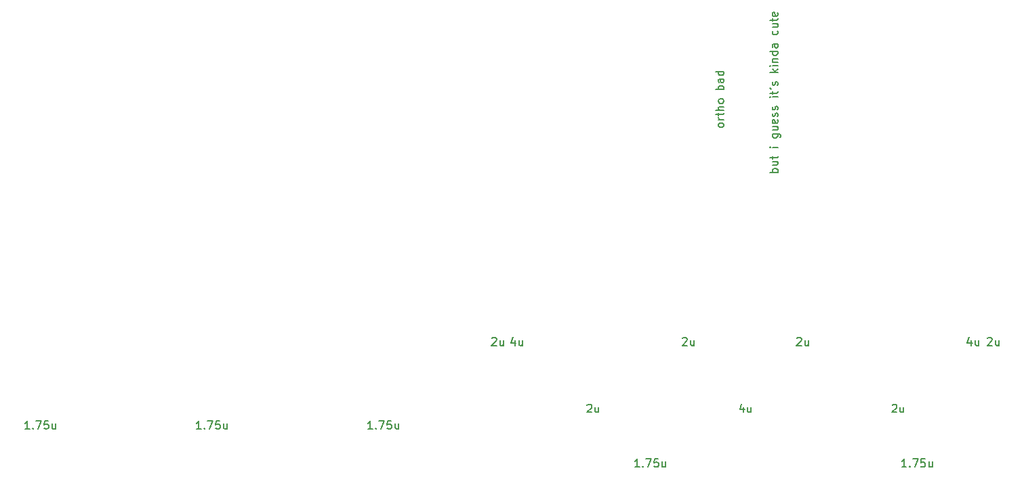
<source format=gto>
%TF.GenerationSoftware,KiCad,Pcbnew,7.0.6*%
%TF.CreationDate,2023-10-07T13:08:40-04:00*%
%TF.ProjectId,cutiepie2040-ortho-hotswap-solder-pcb,63757469-6570-4696-9532-3034302d6f72,rev?*%
%TF.SameCoordinates,Original*%
%TF.FileFunction,Legend,Top*%
%TF.FilePolarity,Positive*%
%FSLAX46Y46*%
G04 Gerber Fmt 4.6, Leading zero omitted, Abs format (unit mm)*
G04 Created by KiCad (PCBNEW 7.0.6) date 2023-10-07 13:08:40*
%MOMM*%
%LPD*%
G01*
G04 APERTURE LIST*
%ADD10C,0.150000*%
G04 APERTURE END LIST*
D10*
X161758893Y-117434020D02*
X161187465Y-117434020D01*
X161473179Y-117434020D02*
X161473179Y-116434020D01*
X161473179Y-116434020D02*
X161377941Y-116576877D01*
X161377941Y-116576877D02*
X161282703Y-116672115D01*
X161282703Y-116672115D02*
X161187465Y-116719734D01*
X162187465Y-117338781D02*
X162235084Y-117386401D01*
X162235084Y-117386401D02*
X162187465Y-117434020D01*
X162187465Y-117434020D02*
X162139846Y-117386401D01*
X162139846Y-117386401D02*
X162187465Y-117338781D01*
X162187465Y-117338781D02*
X162187465Y-117434020D01*
X162568417Y-116434020D02*
X163235083Y-116434020D01*
X163235083Y-116434020D02*
X162806512Y-117434020D01*
X164092226Y-116434020D02*
X163616036Y-116434020D01*
X163616036Y-116434020D02*
X163568417Y-116910210D01*
X163568417Y-116910210D02*
X163616036Y-116862591D01*
X163616036Y-116862591D02*
X163711274Y-116814972D01*
X163711274Y-116814972D02*
X163949369Y-116814972D01*
X163949369Y-116814972D02*
X164044607Y-116862591D01*
X164044607Y-116862591D02*
X164092226Y-116910210D01*
X164092226Y-116910210D02*
X164139845Y-117005448D01*
X164139845Y-117005448D02*
X164139845Y-117243543D01*
X164139845Y-117243543D02*
X164092226Y-117338781D01*
X164092226Y-117338781D02*
X164044607Y-117386401D01*
X164044607Y-117386401D02*
X163949369Y-117434020D01*
X163949369Y-117434020D02*
X163711274Y-117434020D01*
X163711274Y-117434020D02*
X163616036Y-117386401D01*
X163616036Y-117386401D02*
X163568417Y-117338781D01*
X164996988Y-116767353D02*
X164996988Y-117434020D01*
X164568417Y-116767353D02*
X164568417Y-117291162D01*
X164568417Y-117291162D02*
X164616036Y-117386401D01*
X164616036Y-117386401D02*
X164711274Y-117434020D01*
X164711274Y-117434020D02*
X164854131Y-117434020D01*
X164854131Y-117434020D02*
X164949369Y-117386401D01*
X164949369Y-117386401D02*
X164996988Y-117338781D01*
X169860013Y-101557049D02*
X169860013Y-102223716D01*
X169621918Y-101176097D02*
X169383823Y-101890382D01*
X169383823Y-101890382D02*
X170002870Y-101890382D01*
X170812394Y-101557049D02*
X170812394Y-102223716D01*
X170383823Y-101557049D02*
X170383823Y-102080858D01*
X170383823Y-102080858D02*
X170431442Y-102176097D01*
X170431442Y-102176097D02*
X170526680Y-102223716D01*
X170526680Y-102223716D02*
X170669537Y-102223716D01*
X170669537Y-102223716D02*
X170764775Y-102176097D01*
X170764775Y-102176097D02*
X170812394Y-102128477D01*
X148090155Y-101318954D02*
X148137774Y-101271335D01*
X148137774Y-101271335D02*
X148233012Y-101223716D01*
X148233012Y-101223716D02*
X148471107Y-101223716D01*
X148471107Y-101223716D02*
X148566345Y-101271335D01*
X148566345Y-101271335D02*
X148613964Y-101318954D01*
X148613964Y-101318954D02*
X148661583Y-101414192D01*
X148661583Y-101414192D02*
X148661583Y-101509430D01*
X148661583Y-101509430D02*
X148613964Y-101652287D01*
X148613964Y-101652287D02*
X148042536Y-102223716D01*
X148042536Y-102223716D02*
X148661583Y-102223716D01*
X149518726Y-101557049D02*
X149518726Y-102223716D01*
X149090155Y-101557049D02*
X149090155Y-102080858D01*
X149090155Y-102080858D02*
X149137774Y-102176097D01*
X149137774Y-102176097D02*
X149233012Y-102223716D01*
X149233012Y-102223716D02*
X149375869Y-102223716D01*
X149375869Y-102223716D02*
X149471107Y-102176097D01*
X149471107Y-102176097D02*
X149518726Y-102128477D01*
X109990123Y-101318954D02*
X110037742Y-101271335D01*
X110037742Y-101271335D02*
X110132980Y-101223716D01*
X110132980Y-101223716D02*
X110371075Y-101223716D01*
X110371075Y-101223716D02*
X110466313Y-101271335D01*
X110466313Y-101271335D02*
X110513932Y-101318954D01*
X110513932Y-101318954D02*
X110561551Y-101414192D01*
X110561551Y-101414192D02*
X110561551Y-101509430D01*
X110561551Y-101509430D02*
X110513932Y-101652287D01*
X110513932Y-101652287D02*
X109942504Y-102223716D01*
X109942504Y-102223716D02*
X110561551Y-102223716D01*
X111418694Y-101557049D02*
X111418694Y-102223716D01*
X110990123Y-101557049D02*
X110990123Y-102080858D01*
X110990123Y-102080858D02*
X111037742Y-102176097D01*
X111037742Y-102176097D02*
X111132980Y-102223716D01*
X111132980Y-102223716D02*
X111275837Y-102223716D01*
X111275837Y-102223716D02*
X111371075Y-102176097D01*
X111371075Y-102176097D02*
X111418694Y-102128477D01*
X145691737Y-80560138D02*
X144691737Y-80560138D01*
X145072689Y-80560138D02*
X145025070Y-80464900D01*
X145025070Y-80464900D02*
X145025070Y-80274424D01*
X145025070Y-80274424D02*
X145072689Y-80179186D01*
X145072689Y-80179186D02*
X145120308Y-80131567D01*
X145120308Y-80131567D02*
X145215546Y-80083948D01*
X145215546Y-80083948D02*
X145501260Y-80083948D01*
X145501260Y-80083948D02*
X145596498Y-80131567D01*
X145596498Y-80131567D02*
X145644118Y-80179186D01*
X145644118Y-80179186D02*
X145691737Y-80274424D01*
X145691737Y-80274424D02*
X145691737Y-80464900D01*
X145691737Y-80464900D02*
X145644118Y-80560138D01*
X145025070Y-79226805D02*
X145691737Y-79226805D01*
X145025070Y-79655376D02*
X145548879Y-79655376D01*
X145548879Y-79655376D02*
X145644118Y-79607757D01*
X145644118Y-79607757D02*
X145691737Y-79512519D01*
X145691737Y-79512519D02*
X145691737Y-79369662D01*
X145691737Y-79369662D02*
X145644118Y-79274424D01*
X145644118Y-79274424D02*
X145596498Y-79226805D01*
X145025070Y-78893471D02*
X145025070Y-78512519D01*
X144691737Y-78750614D02*
X145548879Y-78750614D01*
X145548879Y-78750614D02*
X145644118Y-78702995D01*
X145644118Y-78702995D02*
X145691737Y-78607757D01*
X145691737Y-78607757D02*
X145691737Y-78512519D01*
X145691737Y-77417280D02*
X145025070Y-77417280D01*
X144691737Y-77417280D02*
X144739356Y-77464899D01*
X144739356Y-77464899D02*
X144786975Y-77417280D01*
X144786975Y-77417280D02*
X144739356Y-77369661D01*
X144739356Y-77369661D02*
X144691737Y-77417280D01*
X144691737Y-77417280D02*
X144786975Y-77417280D01*
X145025070Y-75750614D02*
X145834594Y-75750614D01*
X145834594Y-75750614D02*
X145929832Y-75798233D01*
X145929832Y-75798233D02*
X145977451Y-75845852D01*
X145977451Y-75845852D02*
X146025070Y-75941090D01*
X146025070Y-75941090D02*
X146025070Y-76083947D01*
X146025070Y-76083947D02*
X145977451Y-76179185D01*
X145644118Y-75750614D02*
X145691737Y-75845852D01*
X145691737Y-75845852D02*
X145691737Y-76036328D01*
X145691737Y-76036328D02*
X145644118Y-76131566D01*
X145644118Y-76131566D02*
X145596498Y-76179185D01*
X145596498Y-76179185D02*
X145501260Y-76226804D01*
X145501260Y-76226804D02*
X145215546Y-76226804D01*
X145215546Y-76226804D02*
X145120308Y-76179185D01*
X145120308Y-76179185D02*
X145072689Y-76131566D01*
X145072689Y-76131566D02*
X145025070Y-76036328D01*
X145025070Y-76036328D02*
X145025070Y-75845852D01*
X145025070Y-75845852D02*
X145072689Y-75750614D01*
X145025070Y-74845852D02*
X145691737Y-74845852D01*
X145025070Y-75274423D02*
X145548879Y-75274423D01*
X145548879Y-75274423D02*
X145644118Y-75226804D01*
X145644118Y-75226804D02*
X145691737Y-75131566D01*
X145691737Y-75131566D02*
X145691737Y-74988709D01*
X145691737Y-74988709D02*
X145644118Y-74893471D01*
X145644118Y-74893471D02*
X145596498Y-74845852D01*
X145644118Y-73988709D02*
X145691737Y-74083947D01*
X145691737Y-74083947D02*
X145691737Y-74274423D01*
X145691737Y-74274423D02*
X145644118Y-74369661D01*
X145644118Y-74369661D02*
X145548879Y-74417280D01*
X145548879Y-74417280D02*
X145167927Y-74417280D01*
X145167927Y-74417280D02*
X145072689Y-74369661D01*
X145072689Y-74369661D02*
X145025070Y-74274423D01*
X145025070Y-74274423D02*
X145025070Y-74083947D01*
X145025070Y-74083947D02*
X145072689Y-73988709D01*
X145072689Y-73988709D02*
X145167927Y-73941090D01*
X145167927Y-73941090D02*
X145263165Y-73941090D01*
X145263165Y-73941090D02*
X145358403Y-74417280D01*
X145644118Y-73560137D02*
X145691737Y-73464899D01*
X145691737Y-73464899D02*
X145691737Y-73274423D01*
X145691737Y-73274423D02*
X145644118Y-73179185D01*
X145644118Y-73179185D02*
X145548879Y-73131566D01*
X145548879Y-73131566D02*
X145501260Y-73131566D01*
X145501260Y-73131566D02*
X145406022Y-73179185D01*
X145406022Y-73179185D02*
X145358403Y-73274423D01*
X145358403Y-73274423D02*
X145358403Y-73417280D01*
X145358403Y-73417280D02*
X145310784Y-73512518D01*
X145310784Y-73512518D02*
X145215546Y-73560137D01*
X145215546Y-73560137D02*
X145167927Y-73560137D01*
X145167927Y-73560137D02*
X145072689Y-73512518D01*
X145072689Y-73512518D02*
X145025070Y-73417280D01*
X145025070Y-73417280D02*
X145025070Y-73274423D01*
X145025070Y-73274423D02*
X145072689Y-73179185D01*
X145644118Y-72750613D02*
X145691737Y-72655375D01*
X145691737Y-72655375D02*
X145691737Y-72464899D01*
X145691737Y-72464899D02*
X145644118Y-72369661D01*
X145644118Y-72369661D02*
X145548879Y-72322042D01*
X145548879Y-72322042D02*
X145501260Y-72322042D01*
X145501260Y-72322042D02*
X145406022Y-72369661D01*
X145406022Y-72369661D02*
X145358403Y-72464899D01*
X145358403Y-72464899D02*
X145358403Y-72607756D01*
X145358403Y-72607756D02*
X145310784Y-72702994D01*
X145310784Y-72702994D02*
X145215546Y-72750613D01*
X145215546Y-72750613D02*
X145167927Y-72750613D01*
X145167927Y-72750613D02*
X145072689Y-72702994D01*
X145072689Y-72702994D02*
X145025070Y-72607756D01*
X145025070Y-72607756D02*
X145025070Y-72464899D01*
X145025070Y-72464899D02*
X145072689Y-72369661D01*
X145691737Y-71131565D02*
X145025070Y-71131565D01*
X144691737Y-71131565D02*
X144739356Y-71179184D01*
X144739356Y-71179184D02*
X144786975Y-71131565D01*
X144786975Y-71131565D02*
X144739356Y-71083946D01*
X144739356Y-71083946D02*
X144691737Y-71131565D01*
X144691737Y-71131565D02*
X144786975Y-71131565D01*
X145025070Y-70798232D02*
X145025070Y-70417280D01*
X144691737Y-70655375D02*
X145548879Y-70655375D01*
X145548879Y-70655375D02*
X145644118Y-70607756D01*
X145644118Y-70607756D02*
X145691737Y-70512518D01*
X145691737Y-70512518D02*
X145691737Y-70417280D01*
X144691737Y-70036327D02*
X144882213Y-70131565D01*
X145644118Y-69655375D02*
X145691737Y-69560137D01*
X145691737Y-69560137D02*
X145691737Y-69369661D01*
X145691737Y-69369661D02*
X145644118Y-69274423D01*
X145644118Y-69274423D02*
X145548879Y-69226804D01*
X145548879Y-69226804D02*
X145501260Y-69226804D01*
X145501260Y-69226804D02*
X145406022Y-69274423D01*
X145406022Y-69274423D02*
X145358403Y-69369661D01*
X145358403Y-69369661D02*
X145358403Y-69512518D01*
X145358403Y-69512518D02*
X145310784Y-69607756D01*
X145310784Y-69607756D02*
X145215546Y-69655375D01*
X145215546Y-69655375D02*
X145167927Y-69655375D01*
X145167927Y-69655375D02*
X145072689Y-69607756D01*
X145072689Y-69607756D02*
X145025070Y-69512518D01*
X145025070Y-69512518D02*
X145025070Y-69369661D01*
X145025070Y-69369661D02*
X145072689Y-69274423D01*
X145691737Y-68036327D02*
X144691737Y-68036327D01*
X145310784Y-67941089D02*
X145691737Y-67655375D01*
X145025070Y-67655375D02*
X145406022Y-68036327D01*
X145691737Y-67226803D02*
X145025070Y-67226803D01*
X144691737Y-67226803D02*
X144739356Y-67274422D01*
X144739356Y-67274422D02*
X144786975Y-67226803D01*
X144786975Y-67226803D02*
X144739356Y-67179184D01*
X144739356Y-67179184D02*
X144691737Y-67226803D01*
X144691737Y-67226803D02*
X144786975Y-67226803D01*
X145025070Y-66750613D02*
X145691737Y-66750613D01*
X145120308Y-66750613D02*
X145072689Y-66702994D01*
X145072689Y-66702994D02*
X145025070Y-66607756D01*
X145025070Y-66607756D02*
X145025070Y-66464899D01*
X145025070Y-66464899D02*
X145072689Y-66369661D01*
X145072689Y-66369661D02*
X145167927Y-66322042D01*
X145167927Y-66322042D02*
X145691737Y-66322042D01*
X145691737Y-65417280D02*
X144691737Y-65417280D01*
X145644118Y-65417280D02*
X145691737Y-65512518D01*
X145691737Y-65512518D02*
X145691737Y-65702994D01*
X145691737Y-65702994D02*
X145644118Y-65798232D01*
X145644118Y-65798232D02*
X145596498Y-65845851D01*
X145596498Y-65845851D02*
X145501260Y-65893470D01*
X145501260Y-65893470D02*
X145215546Y-65893470D01*
X145215546Y-65893470D02*
X145120308Y-65845851D01*
X145120308Y-65845851D02*
X145072689Y-65798232D01*
X145072689Y-65798232D02*
X145025070Y-65702994D01*
X145025070Y-65702994D02*
X145025070Y-65512518D01*
X145025070Y-65512518D02*
X145072689Y-65417280D01*
X145691737Y-64512518D02*
X145167927Y-64512518D01*
X145167927Y-64512518D02*
X145072689Y-64560137D01*
X145072689Y-64560137D02*
X145025070Y-64655375D01*
X145025070Y-64655375D02*
X145025070Y-64845851D01*
X145025070Y-64845851D02*
X145072689Y-64941089D01*
X145644118Y-64512518D02*
X145691737Y-64607756D01*
X145691737Y-64607756D02*
X145691737Y-64845851D01*
X145691737Y-64845851D02*
X145644118Y-64941089D01*
X145644118Y-64941089D02*
X145548879Y-64988708D01*
X145548879Y-64988708D02*
X145453641Y-64988708D01*
X145453641Y-64988708D02*
X145358403Y-64941089D01*
X145358403Y-64941089D02*
X145310784Y-64845851D01*
X145310784Y-64845851D02*
X145310784Y-64607756D01*
X145310784Y-64607756D02*
X145263165Y-64512518D01*
X145644118Y-62845851D02*
X145691737Y-62941089D01*
X145691737Y-62941089D02*
X145691737Y-63131565D01*
X145691737Y-63131565D02*
X145644118Y-63226803D01*
X145644118Y-63226803D02*
X145596498Y-63274422D01*
X145596498Y-63274422D02*
X145501260Y-63322041D01*
X145501260Y-63322041D02*
X145215546Y-63322041D01*
X145215546Y-63322041D02*
X145120308Y-63274422D01*
X145120308Y-63274422D02*
X145072689Y-63226803D01*
X145072689Y-63226803D02*
X145025070Y-63131565D01*
X145025070Y-63131565D02*
X145025070Y-62941089D01*
X145025070Y-62941089D02*
X145072689Y-62845851D01*
X145025070Y-61988708D02*
X145691737Y-61988708D01*
X145025070Y-62417279D02*
X145548879Y-62417279D01*
X145548879Y-62417279D02*
X145644118Y-62369660D01*
X145644118Y-62369660D02*
X145691737Y-62274422D01*
X145691737Y-62274422D02*
X145691737Y-62131565D01*
X145691737Y-62131565D02*
X145644118Y-62036327D01*
X145644118Y-62036327D02*
X145596498Y-61988708D01*
X145025070Y-61655374D02*
X145025070Y-61274422D01*
X144691737Y-61512517D02*
X145548879Y-61512517D01*
X145548879Y-61512517D02*
X145644118Y-61464898D01*
X145644118Y-61464898D02*
X145691737Y-61369660D01*
X145691737Y-61369660D02*
X145691737Y-61274422D01*
X145644118Y-60560136D02*
X145691737Y-60655374D01*
X145691737Y-60655374D02*
X145691737Y-60845850D01*
X145691737Y-60845850D02*
X145644118Y-60941088D01*
X145644118Y-60941088D02*
X145548879Y-60988707D01*
X145548879Y-60988707D02*
X145167927Y-60988707D01*
X145167927Y-60988707D02*
X145072689Y-60941088D01*
X145072689Y-60941088D02*
X145025070Y-60845850D01*
X145025070Y-60845850D02*
X145025070Y-60655374D01*
X145025070Y-60655374D02*
X145072689Y-60560136D01*
X145072689Y-60560136D02*
X145167927Y-60512517D01*
X145167927Y-60512517D02*
X145263165Y-60512517D01*
X145263165Y-60512517D02*
X145358403Y-60988707D01*
X138941737Y-74717281D02*
X138894118Y-74812519D01*
X138894118Y-74812519D02*
X138846498Y-74860138D01*
X138846498Y-74860138D02*
X138751260Y-74907757D01*
X138751260Y-74907757D02*
X138465546Y-74907757D01*
X138465546Y-74907757D02*
X138370308Y-74860138D01*
X138370308Y-74860138D02*
X138322689Y-74812519D01*
X138322689Y-74812519D02*
X138275070Y-74717281D01*
X138275070Y-74717281D02*
X138275070Y-74574424D01*
X138275070Y-74574424D02*
X138322689Y-74479186D01*
X138322689Y-74479186D02*
X138370308Y-74431567D01*
X138370308Y-74431567D02*
X138465546Y-74383948D01*
X138465546Y-74383948D02*
X138751260Y-74383948D01*
X138751260Y-74383948D02*
X138846498Y-74431567D01*
X138846498Y-74431567D02*
X138894118Y-74479186D01*
X138894118Y-74479186D02*
X138941737Y-74574424D01*
X138941737Y-74574424D02*
X138941737Y-74717281D01*
X138941737Y-73955376D02*
X138275070Y-73955376D01*
X138465546Y-73955376D02*
X138370308Y-73907757D01*
X138370308Y-73907757D02*
X138322689Y-73860138D01*
X138322689Y-73860138D02*
X138275070Y-73764900D01*
X138275070Y-73764900D02*
X138275070Y-73669662D01*
X138275070Y-73479185D02*
X138275070Y-73098233D01*
X137941737Y-73336328D02*
X138798879Y-73336328D01*
X138798879Y-73336328D02*
X138894118Y-73288709D01*
X138894118Y-73288709D02*
X138941737Y-73193471D01*
X138941737Y-73193471D02*
X138941737Y-73098233D01*
X138941737Y-72764899D02*
X137941737Y-72764899D01*
X138941737Y-72336328D02*
X138417927Y-72336328D01*
X138417927Y-72336328D02*
X138322689Y-72383947D01*
X138322689Y-72383947D02*
X138275070Y-72479185D01*
X138275070Y-72479185D02*
X138275070Y-72622042D01*
X138275070Y-72622042D02*
X138322689Y-72717280D01*
X138322689Y-72717280D02*
X138370308Y-72764899D01*
X138941737Y-71717280D02*
X138894118Y-71812518D01*
X138894118Y-71812518D02*
X138846498Y-71860137D01*
X138846498Y-71860137D02*
X138751260Y-71907756D01*
X138751260Y-71907756D02*
X138465546Y-71907756D01*
X138465546Y-71907756D02*
X138370308Y-71860137D01*
X138370308Y-71860137D02*
X138322689Y-71812518D01*
X138322689Y-71812518D02*
X138275070Y-71717280D01*
X138275070Y-71717280D02*
X138275070Y-71574423D01*
X138275070Y-71574423D02*
X138322689Y-71479185D01*
X138322689Y-71479185D02*
X138370308Y-71431566D01*
X138370308Y-71431566D02*
X138465546Y-71383947D01*
X138465546Y-71383947D02*
X138751260Y-71383947D01*
X138751260Y-71383947D02*
X138846498Y-71431566D01*
X138846498Y-71431566D02*
X138894118Y-71479185D01*
X138894118Y-71479185D02*
X138941737Y-71574423D01*
X138941737Y-71574423D02*
X138941737Y-71717280D01*
X138941737Y-70193470D02*
X137941737Y-70193470D01*
X138322689Y-70193470D02*
X138275070Y-70098232D01*
X138275070Y-70098232D02*
X138275070Y-69907756D01*
X138275070Y-69907756D02*
X138322689Y-69812518D01*
X138322689Y-69812518D02*
X138370308Y-69764899D01*
X138370308Y-69764899D02*
X138465546Y-69717280D01*
X138465546Y-69717280D02*
X138751260Y-69717280D01*
X138751260Y-69717280D02*
X138846498Y-69764899D01*
X138846498Y-69764899D02*
X138894118Y-69812518D01*
X138894118Y-69812518D02*
X138941737Y-69907756D01*
X138941737Y-69907756D02*
X138941737Y-70098232D01*
X138941737Y-70098232D02*
X138894118Y-70193470D01*
X138941737Y-68860137D02*
X138417927Y-68860137D01*
X138417927Y-68860137D02*
X138322689Y-68907756D01*
X138322689Y-68907756D02*
X138275070Y-69002994D01*
X138275070Y-69002994D02*
X138275070Y-69193470D01*
X138275070Y-69193470D02*
X138322689Y-69288708D01*
X138894118Y-68860137D02*
X138941737Y-68955375D01*
X138941737Y-68955375D02*
X138941737Y-69193470D01*
X138941737Y-69193470D02*
X138894118Y-69288708D01*
X138894118Y-69288708D02*
X138798879Y-69336327D01*
X138798879Y-69336327D02*
X138703641Y-69336327D01*
X138703641Y-69336327D02*
X138608403Y-69288708D01*
X138608403Y-69288708D02*
X138560784Y-69193470D01*
X138560784Y-69193470D02*
X138560784Y-68955375D01*
X138560784Y-68955375D02*
X138513165Y-68860137D01*
X138941737Y-67955375D02*
X137941737Y-67955375D01*
X138894118Y-67955375D02*
X138941737Y-68050613D01*
X138941737Y-68050613D02*
X138941737Y-68241089D01*
X138941737Y-68241089D02*
X138894118Y-68336327D01*
X138894118Y-68336327D02*
X138846498Y-68383946D01*
X138846498Y-68383946D02*
X138751260Y-68431565D01*
X138751260Y-68431565D02*
X138465546Y-68431565D01*
X138465546Y-68431565D02*
X138370308Y-68383946D01*
X138370308Y-68383946D02*
X138322689Y-68336327D01*
X138322689Y-68336327D02*
X138275070Y-68241089D01*
X138275070Y-68241089D02*
X138275070Y-68050613D01*
X138275070Y-68050613D02*
X138322689Y-67955375D01*
X159996685Y-109683147D02*
X160044304Y-109635528D01*
X160044304Y-109635528D02*
X160139542Y-109587909D01*
X160139542Y-109587909D02*
X160377637Y-109587909D01*
X160377637Y-109587909D02*
X160472875Y-109635528D01*
X160472875Y-109635528D02*
X160520494Y-109683147D01*
X160520494Y-109683147D02*
X160568113Y-109778385D01*
X160568113Y-109778385D02*
X160568113Y-109873623D01*
X160568113Y-109873623D02*
X160520494Y-110016480D01*
X160520494Y-110016480D02*
X159949066Y-110587909D01*
X159949066Y-110587909D02*
X160568113Y-110587909D01*
X161425256Y-109921242D02*
X161425256Y-110587909D01*
X160996685Y-109921242D02*
X160996685Y-110445051D01*
X160996685Y-110445051D02*
X161044304Y-110540290D01*
X161044304Y-110540290D02*
X161139542Y-110587909D01*
X161139542Y-110587909D02*
X161282399Y-110587909D01*
X161282399Y-110587909D02*
X161377637Y-110540290D01*
X161377637Y-110540290D02*
X161425256Y-110492670D01*
X112847565Y-101557049D02*
X112847565Y-102223716D01*
X112609470Y-101176097D02*
X112371375Y-101890382D01*
X112371375Y-101890382D02*
X112990422Y-101890382D01*
X113799946Y-101557049D02*
X113799946Y-102223716D01*
X113371375Y-101557049D02*
X113371375Y-102080858D01*
X113371375Y-102080858D02*
X113418994Y-102176097D01*
X113418994Y-102176097D02*
X113514232Y-102223716D01*
X113514232Y-102223716D02*
X113657089Y-102223716D01*
X113657089Y-102223716D02*
X113752327Y-102176097D01*
X113752327Y-102176097D02*
X113799946Y-102128477D01*
X95083725Y-112671508D02*
X94512297Y-112671508D01*
X94798011Y-112671508D02*
X94798011Y-111671508D01*
X94798011Y-111671508D02*
X94702773Y-111814365D01*
X94702773Y-111814365D02*
X94607535Y-111909603D01*
X94607535Y-111909603D02*
X94512297Y-111957222D01*
X95512297Y-112576269D02*
X95559916Y-112623889D01*
X95559916Y-112623889D02*
X95512297Y-112671508D01*
X95512297Y-112671508D02*
X95464678Y-112623889D01*
X95464678Y-112623889D02*
X95512297Y-112576269D01*
X95512297Y-112576269D02*
X95512297Y-112671508D01*
X95893249Y-111671508D02*
X96559915Y-111671508D01*
X96559915Y-111671508D02*
X96131344Y-112671508D01*
X97417058Y-111671508D02*
X96940868Y-111671508D01*
X96940868Y-111671508D02*
X96893249Y-112147698D01*
X96893249Y-112147698D02*
X96940868Y-112100079D01*
X96940868Y-112100079D02*
X97036106Y-112052460D01*
X97036106Y-112052460D02*
X97274201Y-112052460D01*
X97274201Y-112052460D02*
X97369439Y-112100079D01*
X97369439Y-112100079D02*
X97417058Y-112147698D01*
X97417058Y-112147698D02*
X97464677Y-112242936D01*
X97464677Y-112242936D02*
X97464677Y-112481031D01*
X97464677Y-112481031D02*
X97417058Y-112576269D01*
X97417058Y-112576269D02*
X97369439Y-112623889D01*
X97369439Y-112623889D02*
X97274201Y-112671508D01*
X97274201Y-112671508D02*
X97036106Y-112671508D01*
X97036106Y-112671508D02*
X96940868Y-112623889D01*
X96940868Y-112623889D02*
X96893249Y-112576269D01*
X98321820Y-112004841D02*
X98321820Y-112671508D01*
X97893249Y-112004841D02*
X97893249Y-112528650D01*
X97893249Y-112528650D02*
X97940868Y-112623889D01*
X97940868Y-112623889D02*
X98036106Y-112671508D01*
X98036106Y-112671508D02*
X98178963Y-112671508D01*
X98178963Y-112671508D02*
X98274201Y-112623889D01*
X98274201Y-112623889D02*
X98321820Y-112576269D01*
X141422589Y-109921242D02*
X141422589Y-110587909D01*
X141184494Y-109540290D02*
X140946399Y-110254575D01*
X140946399Y-110254575D02*
X141565446Y-110254575D01*
X142374970Y-109921242D02*
X142374970Y-110587909D01*
X141946399Y-109921242D02*
X141946399Y-110445051D01*
X141946399Y-110445051D02*
X141994018Y-110540290D01*
X141994018Y-110540290D02*
X142089256Y-110587909D01*
X142089256Y-110587909D02*
X142232113Y-110587909D01*
X142232113Y-110587909D02*
X142327351Y-110540290D01*
X142327351Y-110540290D02*
X142374970Y-110492670D01*
X52221117Y-112671508D02*
X51649689Y-112671508D01*
X51935403Y-112671508D02*
X51935403Y-111671508D01*
X51935403Y-111671508D02*
X51840165Y-111814365D01*
X51840165Y-111814365D02*
X51744927Y-111909603D01*
X51744927Y-111909603D02*
X51649689Y-111957222D01*
X52649689Y-112576269D02*
X52697308Y-112623889D01*
X52697308Y-112623889D02*
X52649689Y-112671508D01*
X52649689Y-112671508D02*
X52602070Y-112623889D01*
X52602070Y-112623889D02*
X52649689Y-112576269D01*
X52649689Y-112576269D02*
X52649689Y-112671508D01*
X53030641Y-111671508D02*
X53697307Y-111671508D01*
X53697307Y-111671508D02*
X53268736Y-112671508D01*
X54554450Y-111671508D02*
X54078260Y-111671508D01*
X54078260Y-111671508D02*
X54030641Y-112147698D01*
X54030641Y-112147698D02*
X54078260Y-112100079D01*
X54078260Y-112100079D02*
X54173498Y-112052460D01*
X54173498Y-112052460D02*
X54411593Y-112052460D01*
X54411593Y-112052460D02*
X54506831Y-112100079D01*
X54506831Y-112100079D02*
X54554450Y-112147698D01*
X54554450Y-112147698D02*
X54602069Y-112242936D01*
X54602069Y-112242936D02*
X54602069Y-112481031D01*
X54602069Y-112481031D02*
X54554450Y-112576269D01*
X54554450Y-112576269D02*
X54506831Y-112623889D01*
X54506831Y-112623889D02*
X54411593Y-112671508D01*
X54411593Y-112671508D02*
X54173498Y-112671508D01*
X54173498Y-112671508D02*
X54078260Y-112623889D01*
X54078260Y-112623889D02*
X54030641Y-112576269D01*
X55459212Y-112004841D02*
X55459212Y-112671508D01*
X55030641Y-112004841D02*
X55030641Y-112528650D01*
X55030641Y-112528650D02*
X55078260Y-112623889D01*
X55078260Y-112623889D02*
X55173498Y-112671508D01*
X55173498Y-112671508D02*
X55316355Y-112671508D01*
X55316355Y-112671508D02*
X55411593Y-112623889D01*
X55411593Y-112623889D02*
X55459212Y-112576269D01*
X128421309Y-117434020D02*
X127849881Y-117434020D01*
X128135595Y-117434020D02*
X128135595Y-116434020D01*
X128135595Y-116434020D02*
X128040357Y-116576877D01*
X128040357Y-116576877D02*
X127945119Y-116672115D01*
X127945119Y-116672115D02*
X127849881Y-116719734D01*
X128849881Y-117338781D02*
X128897500Y-117386401D01*
X128897500Y-117386401D02*
X128849881Y-117434020D01*
X128849881Y-117434020D02*
X128802262Y-117386401D01*
X128802262Y-117386401D02*
X128849881Y-117338781D01*
X128849881Y-117338781D02*
X128849881Y-117434020D01*
X129230833Y-116434020D02*
X129897499Y-116434020D01*
X129897499Y-116434020D02*
X129468928Y-117434020D01*
X130754642Y-116434020D02*
X130278452Y-116434020D01*
X130278452Y-116434020D02*
X130230833Y-116910210D01*
X130230833Y-116910210D02*
X130278452Y-116862591D01*
X130278452Y-116862591D02*
X130373690Y-116814972D01*
X130373690Y-116814972D02*
X130611785Y-116814972D01*
X130611785Y-116814972D02*
X130707023Y-116862591D01*
X130707023Y-116862591D02*
X130754642Y-116910210D01*
X130754642Y-116910210D02*
X130802261Y-117005448D01*
X130802261Y-117005448D02*
X130802261Y-117243543D01*
X130802261Y-117243543D02*
X130754642Y-117338781D01*
X130754642Y-117338781D02*
X130707023Y-117386401D01*
X130707023Y-117386401D02*
X130611785Y-117434020D01*
X130611785Y-117434020D02*
X130373690Y-117434020D01*
X130373690Y-117434020D02*
X130278452Y-117386401D01*
X130278452Y-117386401D02*
X130230833Y-117338781D01*
X131659404Y-116767353D02*
X131659404Y-117434020D01*
X131230833Y-116767353D02*
X131230833Y-117291162D01*
X131230833Y-117291162D02*
X131278452Y-117386401D01*
X131278452Y-117386401D02*
X131373690Y-117434020D01*
X131373690Y-117434020D02*
X131516547Y-117434020D01*
X131516547Y-117434020D02*
X131611785Y-117386401D01*
X131611785Y-117386401D02*
X131659404Y-117338781D01*
X73652421Y-112671508D02*
X73080993Y-112671508D01*
X73366707Y-112671508D02*
X73366707Y-111671508D01*
X73366707Y-111671508D02*
X73271469Y-111814365D01*
X73271469Y-111814365D02*
X73176231Y-111909603D01*
X73176231Y-111909603D02*
X73080993Y-111957222D01*
X74080993Y-112576269D02*
X74128612Y-112623889D01*
X74128612Y-112623889D02*
X74080993Y-112671508D01*
X74080993Y-112671508D02*
X74033374Y-112623889D01*
X74033374Y-112623889D02*
X74080993Y-112576269D01*
X74080993Y-112576269D02*
X74080993Y-112671508D01*
X74461945Y-111671508D02*
X75128611Y-111671508D01*
X75128611Y-111671508D02*
X74700040Y-112671508D01*
X75985754Y-111671508D02*
X75509564Y-111671508D01*
X75509564Y-111671508D02*
X75461945Y-112147698D01*
X75461945Y-112147698D02*
X75509564Y-112100079D01*
X75509564Y-112100079D02*
X75604802Y-112052460D01*
X75604802Y-112052460D02*
X75842897Y-112052460D01*
X75842897Y-112052460D02*
X75938135Y-112100079D01*
X75938135Y-112100079D02*
X75985754Y-112147698D01*
X75985754Y-112147698D02*
X76033373Y-112242936D01*
X76033373Y-112242936D02*
X76033373Y-112481031D01*
X76033373Y-112481031D02*
X75985754Y-112576269D01*
X75985754Y-112576269D02*
X75938135Y-112623889D01*
X75938135Y-112623889D02*
X75842897Y-112671508D01*
X75842897Y-112671508D02*
X75604802Y-112671508D01*
X75604802Y-112671508D02*
X75509564Y-112623889D01*
X75509564Y-112623889D02*
X75461945Y-112576269D01*
X76890516Y-112004841D02*
X76890516Y-112671508D01*
X76461945Y-112004841D02*
X76461945Y-112528650D01*
X76461945Y-112528650D02*
X76509564Y-112623889D01*
X76509564Y-112623889D02*
X76604802Y-112671508D01*
X76604802Y-112671508D02*
X76747659Y-112671508D01*
X76747659Y-112671508D02*
X76842897Y-112623889D01*
X76842897Y-112623889D02*
X76890516Y-112576269D01*
X121883823Y-109683147D02*
X121931442Y-109635528D01*
X121931442Y-109635528D02*
X122026680Y-109587909D01*
X122026680Y-109587909D02*
X122264775Y-109587909D01*
X122264775Y-109587909D02*
X122360013Y-109635528D01*
X122360013Y-109635528D02*
X122407632Y-109683147D01*
X122407632Y-109683147D02*
X122455251Y-109778385D01*
X122455251Y-109778385D02*
X122455251Y-109873623D01*
X122455251Y-109873623D02*
X122407632Y-110016480D01*
X122407632Y-110016480D02*
X121836204Y-110587909D01*
X121836204Y-110587909D02*
X122455251Y-110587909D01*
X123312394Y-109921242D02*
X123312394Y-110587909D01*
X122883823Y-109921242D02*
X122883823Y-110445051D01*
X122883823Y-110445051D02*
X122931442Y-110540290D01*
X122931442Y-110540290D02*
X123026680Y-110587909D01*
X123026680Y-110587909D02*
X123169537Y-110587909D01*
X123169537Y-110587909D02*
X123264775Y-110540290D01*
X123264775Y-110540290D02*
X123312394Y-110492670D01*
X171902675Y-101318954D02*
X171950294Y-101271335D01*
X171950294Y-101271335D02*
X172045532Y-101223716D01*
X172045532Y-101223716D02*
X172283627Y-101223716D01*
X172283627Y-101223716D02*
X172378865Y-101271335D01*
X172378865Y-101271335D02*
X172426484Y-101318954D01*
X172426484Y-101318954D02*
X172474103Y-101414192D01*
X172474103Y-101414192D02*
X172474103Y-101509430D01*
X172474103Y-101509430D02*
X172426484Y-101652287D01*
X172426484Y-101652287D02*
X171855056Y-102223716D01*
X171855056Y-102223716D02*
X172474103Y-102223716D01*
X173331246Y-101557049D02*
X173331246Y-102223716D01*
X172902675Y-101557049D02*
X172902675Y-102080858D01*
X172902675Y-102080858D02*
X172950294Y-102176097D01*
X172950294Y-102176097D02*
X173045532Y-102223716D01*
X173045532Y-102223716D02*
X173188389Y-102223716D01*
X173188389Y-102223716D02*
X173283627Y-102176097D01*
X173283627Y-102176097D02*
X173331246Y-102128477D01*
X133802643Y-101318954D02*
X133850262Y-101271335D01*
X133850262Y-101271335D02*
X133945500Y-101223716D01*
X133945500Y-101223716D02*
X134183595Y-101223716D01*
X134183595Y-101223716D02*
X134278833Y-101271335D01*
X134278833Y-101271335D02*
X134326452Y-101318954D01*
X134326452Y-101318954D02*
X134374071Y-101414192D01*
X134374071Y-101414192D02*
X134374071Y-101509430D01*
X134374071Y-101509430D02*
X134326452Y-101652287D01*
X134326452Y-101652287D02*
X133755024Y-102223716D01*
X133755024Y-102223716D02*
X134374071Y-102223716D01*
X135231214Y-101557049D02*
X135231214Y-102223716D01*
X134802643Y-101557049D02*
X134802643Y-102080858D01*
X134802643Y-102080858D02*
X134850262Y-102176097D01*
X134850262Y-102176097D02*
X134945500Y-102223716D01*
X134945500Y-102223716D02*
X135088357Y-102223716D01*
X135088357Y-102223716D02*
X135183595Y-102176097D01*
X135183595Y-102176097D02*
X135231214Y-102128477D01*
M02*

</source>
